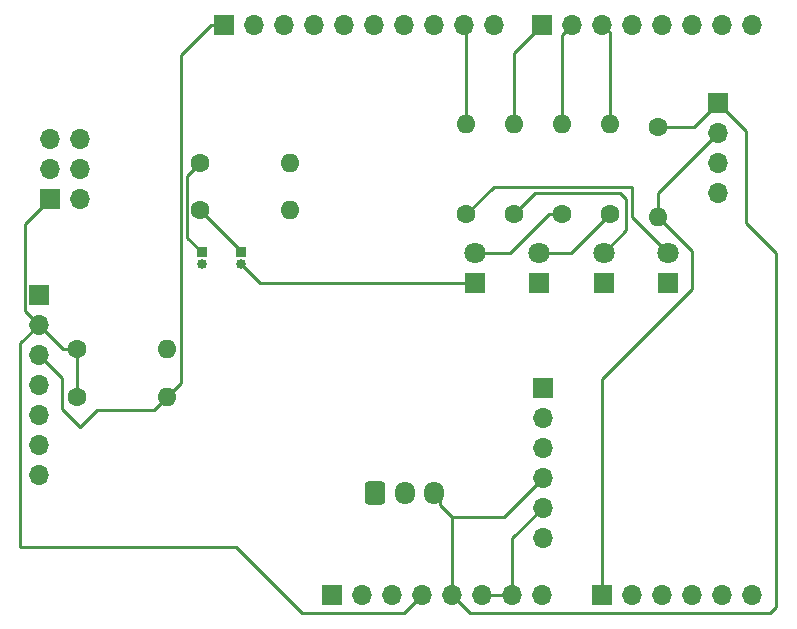
<source format=gbr>
%TF.GenerationSoftware,KiCad,Pcbnew,8.0.8*%
%TF.CreationDate,2025-03-13T23:48:43-06:00*%
%TF.ProjectId,2fib2foib2f,32666962-3266-46f6-9962-32662e6b6963,rev?*%
%TF.SameCoordinates,Original*%
%TF.FileFunction,Copper,L1,Top*%
%TF.FilePolarity,Positive*%
%FSLAX46Y46*%
G04 Gerber Fmt 4.6, Leading zero omitted, Abs format (unit mm)*
G04 Created by KiCad (PCBNEW 8.0.8) date 2025-03-13 23:48:43*
%MOMM*%
%LPD*%
G01*
G04 APERTURE LIST*
G04 Aperture macros list*
%AMRoundRect*
0 Rectangle with rounded corners*
0 $1 Rounding radius*
0 $2 $3 $4 $5 $6 $7 $8 $9 X,Y pos of 4 corners*
0 Add a 4 corners polygon primitive as box body*
4,1,4,$2,$3,$4,$5,$6,$7,$8,$9,$2,$3,0*
0 Add four circle primitives for the rounded corners*
1,1,$1+$1,$2,$3*
1,1,$1+$1,$4,$5*
1,1,$1+$1,$6,$7*
1,1,$1+$1,$8,$9*
0 Add four rect primitives between the rounded corners*
20,1,$1+$1,$2,$3,$4,$5,0*
20,1,$1+$1,$4,$5,$6,$7,0*
20,1,$1+$1,$6,$7,$8,$9,0*
20,1,$1+$1,$8,$9,$2,$3,0*%
G04 Aperture macros list end*
%TA.AperFunction,ComponentPad*%
%ADD10R,1.700000X1.700000*%
%TD*%
%TA.AperFunction,ComponentPad*%
%ADD11O,1.700000X1.700000*%
%TD*%
%TA.AperFunction,ComponentPad*%
%ADD12RoundRect,0.250000X-0.600000X-0.725000X0.600000X-0.725000X0.600000X0.725000X-0.600000X0.725000X0*%
%TD*%
%TA.AperFunction,ComponentPad*%
%ADD13O,1.700000X1.950000*%
%TD*%
%TA.AperFunction,ComponentPad*%
%ADD14C,1.600000*%
%TD*%
%TA.AperFunction,ComponentPad*%
%ADD15O,1.600000X1.600000*%
%TD*%
%TA.AperFunction,ComponentPad*%
%ADD16R,0.850000X0.850000*%
%TD*%
%TA.AperFunction,ComponentPad*%
%ADD17O,0.850000X0.850000*%
%TD*%
%TA.AperFunction,ComponentPad*%
%ADD18R,1.800000X1.800000*%
%TD*%
%TA.AperFunction,ComponentPad*%
%ADD19C,1.800000*%
%TD*%
%TA.AperFunction,Conductor*%
%ADD20C,0.250000*%
%TD*%
G04 APERTURE END LIST*
D10*
%TO.P,J11,1,Pin_1*%
%TO.N,GND*%
X145745000Y-79959000D03*
D11*
%TO.P,J11,2,Pin_2*%
%TO.N,/TX*%
X145745000Y-82499000D03*
%TO.P,J11,3,Pin_3*%
%TO.N,/RX*%
X145745000Y-85039000D03*
%TO.P,J11,4,Pin_4*%
%TO.N,+5V*%
X145745000Y-87579000D03*
%TO.P,J11,5,Pin_5*%
%TO.N,GND*%
X145745000Y-90119000D03*
%TO.P,J11,6,Pin_6*%
%TO.N,unconnected-(J11-Pin_6-Pad6)*%
X145745000Y-92659000D03*
%TD*%
D12*
%TO.P,J10,1,Pin_1*%
%TO.N,GND*%
X131576000Y-88824000D03*
D13*
%TO.P,J10,2,Pin_2*%
%TO.N,/A1*%
X134076000Y-88824000D03*
%TO.P,J10,3,Pin_3*%
%TO.N,+5V*%
X136576000Y-88824000D03*
%TD*%
D14*
%TO.P,R9,1*%
%TO.N,Net-(J9-Pin_1)*%
X116764000Y-64934000D03*
D15*
%TO.P,R9,2*%
%TO.N,/\u002A3*%
X124384000Y-64934000D03*
%TD*%
D14*
%TO.P,R8,1*%
%TO.N,Net-(J8-Pin_1)*%
X116764000Y-60884000D03*
D15*
%TO.P,R8,2*%
%TO.N,/4*%
X124384000Y-60884000D03*
%TD*%
D16*
%TO.P,J9,1,Pin_1*%
%TO.N,Net-(J9-Pin_1)*%
X120214000Y-68484000D03*
D17*
%TO.P,J9,2,Pin_2*%
%TO.N,GND*%
X120214000Y-69484000D03*
%TD*%
D16*
%TO.P,J8,1,Pin_1*%
%TO.N,Net-(J8-Pin_1)*%
X116864000Y-68484000D03*
D17*
%TO.P,J8,2,Pin_2*%
%TO.N,GND*%
X116864000Y-69484000D03*
%TD*%
D10*
%TO.P,J6,1,Pin_1*%
%TO.N,+3V3*%
X104064000Y-63932000D03*
D11*
%TO.P,J6,2,Pin_2*%
%TO.N,/A3*%
X106604000Y-63932000D03*
%TO.P,J6,3,Pin_3*%
%TO.N,unconnected-(J6-Pin_3-Pad3)*%
X104064000Y-61392000D03*
%TO.P,J6,4,Pin_4*%
%TO.N,GND*%
X106604000Y-61392000D03*
%TO.P,J6,5,Pin_5*%
%TO.N,unconnected-(J6-Pin_5-Pad5)*%
X104064000Y-58852000D03*
%TO.P,J6,6,Pin_6*%
%TO.N,unconnected-(J6-Pin_6-Pad6)*%
X106604000Y-58852000D03*
%TD*%
D10*
%TO.P,J7,1,Pin_1*%
%TO.N,GND*%
X103100000Y-72060000D03*
D11*
%TO.P,J7,2,Pin_2*%
%TO.N,+3V3*%
X103100000Y-74600000D03*
%TO.P,J7,3,Pin_3*%
%TO.N,/SCL*%
X103100000Y-77140000D03*
%TO.P,J7,4,Pin_4*%
%TO.N,/SDA*%
X103100000Y-79680000D03*
%TO.P,J7,5,Pin_5*%
%TO.N,unconnected-(J7-Pin_5-Pad5)*%
X103100000Y-82220000D03*
%TO.P,J7,6,Pin_6*%
%TO.N,unconnected-(J7-Pin_6-Pad6)*%
X103100000Y-84760000D03*
%TO.P,J7,7,Pin_7*%
%TO.N,unconnected-(J7-Pin_7-Pad7)*%
X103100000Y-87300000D03*
%TD*%
D15*
%TO.P,R7,2*%
%TO.N,/SCL*%
X113970000Y-80696000D03*
D14*
%TO.P,R7,1*%
%TO.N,+3V3*%
X106350000Y-80696000D03*
%TD*%
D15*
%TO.P,R6,2*%
%TO.N,/SDA*%
X113970000Y-76646000D03*
D14*
%TO.P,R6,1*%
%TO.N,+3V3*%
X106350000Y-76646000D03*
%TD*%
D10*
%TO.P,J1,1,Pin_1*%
%TO.N,unconnected-(J1-Pin_1-Pad1)*%
X127940000Y-97460000D03*
D11*
%TO.P,J1,2,Pin_2*%
%TO.N,/IOREF*%
X130480000Y-97460000D03*
%TO.P,J1,3,Pin_3*%
%TO.N,/~{RESET}*%
X133020000Y-97460000D03*
%TO.P,J1,4,Pin_4*%
%TO.N,+3V3*%
X135560000Y-97460000D03*
%TO.P,J1,5,Pin_5*%
%TO.N,+5V*%
X138100000Y-97460000D03*
%TO.P,J1,6,Pin_6*%
%TO.N,GND*%
X140640000Y-97460000D03*
%TO.P,J1,7,Pin_7*%
X143180000Y-97460000D03*
%TO.P,J1,8,Pin_8*%
%TO.N,VCC*%
X145720000Y-97460000D03*
%TD*%
D10*
%TO.P,J3,1,Pin_1*%
%TO.N,/A0*%
X150800000Y-97460000D03*
D11*
%TO.P,J3,2,Pin_2*%
%TO.N,/A1*%
X153340000Y-97460000D03*
%TO.P,J3,3,Pin_3*%
%TO.N,/A2*%
X155880000Y-97460000D03*
%TO.P,J3,4,Pin_4*%
%TO.N,/A3*%
X158420000Y-97460000D03*
%TO.P,J3,5,Pin_5*%
%TO.N,/SDA*%
X160960000Y-97460000D03*
%TO.P,J3,6,Pin_6*%
%TO.N,/SCL*%
X163500000Y-97460000D03*
%TD*%
D10*
%TO.P,J2,1,Pin_1*%
%TO.N,/SCL*%
X118796000Y-49200000D03*
D11*
%TO.P,J2,2,Pin_2*%
%TO.N,/SDA*%
X121336000Y-49200000D03*
%TO.P,J2,3,Pin_3*%
%TO.N,/AREF*%
X123876000Y-49200000D03*
%TO.P,J2,4,Pin_4*%
%TO.N,GND*%
X126416000Y-49200000D03*
%TO.P,J2,5,Pin_5*%
%TO.N,/13*%
X128956000Y-49200000D03*
%TO.P,J2,6,Pin_6*%
%TO.N,/12*%
X131496000Y-49200000D03*
%TO.P,J2,7,Pin_7*%
%TO.N,/\u002A11*%
X134036000Y-49200000D03*
%TO.P,J2,8,Pin_8*%
%TO.N,/\u002A10*%
X136576000Y-49200000D03*
%TO.P,J2,9,Pin_9*%
%TO.N,/\u002A9*%
X139116000Y-49200000D03*
%TO.P,J2,10,Pin_10*%
%TO.N,/8*%
X141656000Y-49200000D03*
%TD*%
D10*
%TO.P,J4,1,Pin_1*%
%TO.N,/7*%
X145720000Y-49200000D03*
D11*
%TO.P,J4,2,Pin_2*%
%TO.N,/\u002A6*%
X148260000Y-49200000D03*
%TO.P,J4,3,Pin_3*%
%TO.N,/\u002A5*%
X150800000Y-49200000D03*
%TO.P,J4,4,Pin_4*%
%TO.N,/4*%
X153340000Y-49200000D03*
%TO.P,J4,5,Pin_5*%
%TO.N,/\u002A3*%
X155880000Y-49200000D03*
%TO.P,J4,6,Pin_6*%
%TO.N,/2*%
X158420000Y-49200000D03*
%TO.P,J4,7,Pin_7*%
%TO.N,/TX*%
X160960000Y-49200000D03*
%TO.P,J4,8,Pin_8*%
%TO.N,/RX*%
X163500000Y-49200000D03*
%TD*%
D14*
%TO.P,R2,1*%
%TO.N,Net-(RedLED1-A)*%
X143298000Y-65202000D03*
D15*
%TO.P,R2,2*%
%TO.N,/7*%
X143298000Y-57582000D03*
%TD*%
D18*
%TO.P,RedLED1,1,K*%
%TO.N,GND*%
X150918000Y-71044000D03*
D19*
%TO.P,RedLED1,2,A*%
%TO.N,Net-(RedLED1-A)*%
X150918000Y-68504000D03*
%TD*%
D14*
%TO.P,R1,1*%
%TO.N,Net-(YellowLED1-A)*%
X139268000Y-65254000D03*
D15*
%TO.P,R1,2*%
%TO.N,/\u002A9*%
X139268000Y-57634000D03*
%TD*%
D18*
%TO.P,GreenLED1,1,K*%
%TO.N,GND*%
X145448000Y-71044000D03*
D19*
%TO.P,GreenLED1,2,A*%
%TO.N,Net-(GreenLED1-A)*%
X145448000Y-68504000D03*
%TD*%
D14*
%TO.P,R5,1*%
%TO.N,+5V*%
X155490000Y-57836000D03*
D15*
%TO.P,R5,2*%
%TO.N,/A0*%
X155490000Y-65456000D03*
%TD*%
D14*
%TO.P,R4,1*%
%TO.N,Net-(GreenLED1-A)*%
X151418000Y-65254000D03*
D15*
%TO.P,R4,2*%
%TO.N,/\u002A5*%
X151418000Y-57634000D03*
%TD*%
D14*
%TO.P,R3,1*%
%TO.N,Net-(BlueLED1-A)*%
X147368000Y-65254000D03*
D15*
%TO.P,R3,2*%
%TO.N,/\u002A6*%
X147368000Y-57634000D03*
%TD*%
D18*
%TO.P,BlueLED1,1,K*%
%TO.N,GND*%
X139978000Y-71044000D03*
D19*
%TO.P,BlueLED1,2,A*%
%TO.N,Net-(BlueLED1-A)*%
X139978000Y-68504000D03*
%TD*%
D10*
%TO.P,J5,1,Pin_1*%
%TO.N,+5V*%
X160570000Y-55804000D03*
D11*
%TO.P,J5,2,Pin_2*%
%TO.N,/A0*%
X160570000Y-58344000D03*
%TO.P,J5,3,Pin_3*%
%TO.N,unconnected-(J5-Pin_3-Pad3)*%
X160570000Y-60884000D03*
%TO.P,J5,4,Pin_4*%
%TO.N,GND*%
X160570000Y-63424000D03*
%TD*%
D18*
%TO.P,YellowLED1,1,K*%
%TO.N,GND*%
X156388000Y-71044000D03*
D19*
%TO.P,YellowLED1,2,A*%
%TO.N,Net-(YellowLED1-A)*%
X156388000Y-68504000D03*
%TD*%
D20*
%TO.N,+5V*%
X137084000Y-89332000D02*
X137084000Y-89840000D01*
X136576000Y-88824000D02*
X137084000Y-89332000D01*
%TO.N,GND*%
X143180000Y-92684000D02*
X145745000Y-90119000D01*
X143180000Y-97460000D02*
X143180000Y-92684000D01*
X140640000Y-97460000D02*
X143180000Y-97460000D01*
X121774000Y-71044000D02*
X120214000Y-69484000D01*
X139978000Y-71044000D02*
X121774000Y-71044000D01*
%TO.N,/SCL*%
X105080000Y-79120000D02*
X103100000Y-77140000D01*
X108019000Y-81821000D02*
X106604000Y-83236000D01*
X105080000Y-81712000D02*
X105080000Y-79120000D01*
X112845000Y-81821000D02*
X108019000Y-81821000D01*
X113970000Y-80696000D02*
X112845000Y-81821000D01*
X106604000Y-83236000D02*
X105080000Y-81712000D01*
X115095000Y-79571000D02*
X113970000Y-80696000D01*
X117696000Y-49200000D02*
X115095000Y-51801000D01*
X118796000Y-49200000D02*
X117696000Y-49200000D01*
X115095000Y-51801000D02*
X115095000Y-79571000D01*
%TO.N,Net-(J8-Pin_1)*%
X115639000Y-62009000D02*
X116764000Y-60884000D01*
X115639000Y-67259000D02*
X115639000Y-62009000D01*
X116864000Y-68484000D02*
X115639000Y-67259000D01*
%TO.N,Net-(J9-Pin_1)*%
X120214000Y-68384000D02*
X120214000Y-68484000D01*
X116764000Y-64934000D02*
X120214000Y-68384000D01*
%TO.N,+3V3*%
X125400000Y-98984000D02*
X134036000Y-98984000D01*
X134036000Y-98984000D02*
X135560000Y-97460000D01*
X119812000Y-93396000D02*
X125400000Y-98984000D01*
X101524000Y-93396000D02*
X119812000Y-93396000D01*
X103100000Y-74600000D02*
X101524000Y-76176000D01*
X101524000Y-76176000D02*
X101524000Y-93396000D01*
X106350000Y-76646000D02*
X106350000Y-80696000D01*
X101925000Y-66071000D02*
X104064000Y-63932000D01*
X103100000Y-74600000D02*
X101925000Y-73425000D01*
X101925000Y-73425000D02*
X101925000Y-66071000D01*
X103100000Y-74600000D02*
X105146000Y-76646000D01*
X105146000Y-76646000D02*
X106350000Y-76646000D01*
%TO.N,/A0*%
X158420000Y-68386000D02*
X155490000Y-65456000D01*
X158420000Y-71552000D02*
X158420000Y-68386000D01*
X150800000Y-79172000D02*
X158420000Y-71552000D01*
X150800000Y-97460000D02*
X150800000Y-79172000D01*
%TO.N,+5V*%
X142468000Y-90856000D02*
X145745000Y-87579000D01*
X138100000Y-90856000D02*
X142468000Y-90856000D01*
X165532000Y-98476000D02*
X165024000Y-98984000D01*
X165532000Y-68504000D02*
X165532000Y-98476000D01*
X165024000Y-98984000D02*
X139624000Y-98984000D01*
X162992000Y-65964000D02*
X165532000Y-68504000D01*
X162992000Y-58226000D02*
X162992000Y-65964000D01*
X160570000Y-55804000D02*
X162992000Y-58226000D01*
X139624000Y-98984000D02*
X138100000Y-97460000D01*
X158538000Y-57836000D02*
X160570000Y-55804000D01*
X155490000Y-57836000D02*
X158538000Y-57836000D01*
%TO.N,Net-(YellowLED1-A)*%
X153340000Y-62916000D02*
X153340000Y-65456000D01*
X153340000Y-65456000D02*
X156388000Y-68504000D01*
X141606000Y-62916000D02*
X153340000Y-62916000D01*
X139268000Y-65254000D02*
X141606000Y-62916000D01*
%TO.N,Net-(RedLED1-A)*%
X152832000Y-63932000D02*
X152832000Y-66590000D01*
X152832000Y-66590000D02*
X150918000Y-68504000D01*
X152324000Y-63424000D02*
X152832000Y-63932000D01*
X143298000Y-65202000D02*
X145076000Y-63424000D01*
X145076000Y-63424000D02*
X152324000Y-63424000D01*
%TO.N,Net-(GreenLED1-A)*%
X148168000Y-68504000D02*
X145448000Y-68504000D01*
X151418000Y-65254000D02*
X148168000Y-68504000D01*
%TO.N,Net-(BlueLED1-A)*%
X142986630Y-68504000D02*
X139978000Y-68504000D01*
X146236630Y-65254000D02*
X142986630Y-68504000D01*
X147368000Y-65254000D02*
X146236630Y-65254000D01*
%TO.N,/A0*%
X155490000Y-65456000D02*
X155490000Y-63424000D01*
X155490000Y-63424000D02*
X160570000Y-58344000D01*
%TO.N,/\u002A5*%
X151418000Y-49818000D02*
X150800000Y-49200000D01*
X151418000Y-57634000D02*
X151418000Y-49818000D01*
%TO.N,/\u002A6*%
X147368000Y-50092000D02*
X148260000Y-49200000D01*
X147368000Y-57634000D02*
X147368000Y-50092000D01*
%TO.N,/7*%
X143298000Y-51622000D02*
X145720000Y-49200000D01*
X143298000Y-57582000D02*
X143298000Y-51622000D01*
%TO.N,/\u002A9*%
X139268000Y-49352000D02*
X139116000Y-49200000D01*
X139268000Y-57634000D02*
X139268000Y-49352000D01*
%TO.N,+5V*%
X138100000Y-90856000D02*
X137084000Y-89840000D01*
X138100000Y-97460000D02*
X138100000Y-90856000D01*
%TD*%
M02*

</source>
